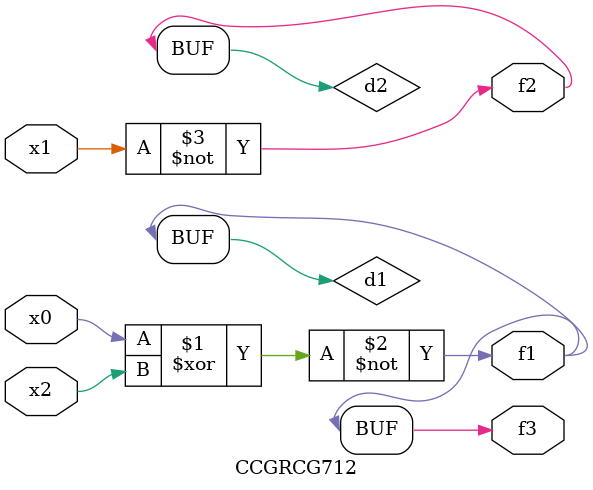
<source format=v>
module CCGRCG712(
	input x0, x1, x2,
	output f1, f2, f3
);

	wire d1, d2, d3;

	xnor (d1, x0, x2);
	nand (d2, x1);
	nor (d3, x1, x2);
	assign f1 = d1;
	assign f2 = d2;
	assign f3 = d1;
endmodule

</source>
